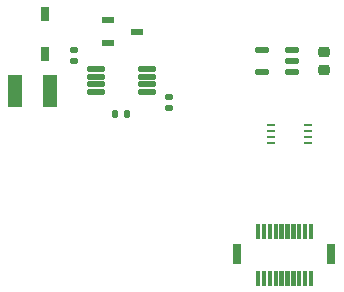
<source format=gbp>
G04 #@! TF.GenerationSoftware,KiCad,Pcbnew,9.0.4*
G04 #@! TF.CreationDate,2025-12-23T06:35:07-05:00*
G04 #@! TF.ProjectId,main_board_peripheral_v2,6d61696e-5f62-46f6-9172-645f70657269,rev?*
G04 #@! TF.SameCoordinates,Original*
G04 #@! TF.FileFunction,Paste,Bot*
G04 #@! TF.FilePolarity,Positive*
%FSLAX46Y46*%
G04 Gerber Fmt 4.6, Leading zero omitted, Abs format (unit mm)*
G04 Created by KiCad (PCBNEW 9.0.4) date 2025-12-23 06:35:07*
%MOMM*%
%LPD*%
G01*
G04 APERTURE LIST*
G04 Aperture macros list*
%AMRoundRect*
0 Rectangle with rounded corners*
0 $1 Rounding radius*
0 $2 $3 $4 $5 $6 $7 $8 $9 X,Y pos of 4 corners*
0 Add a 4 corners polygon primitive as box body*
4,1,4,$2,$3,$4,$5,$6,$7,$8,$9,$2,$3,0*
0 Add four circle primitives for the rounded corners*
1,1,$1+$1,$2,$3*
1,1,$1+$1,$4,$5*
1,1,$1+$1,$6,$7*
1,1,$1+$1,$8,$9*
0 Add four rect primitives between the rounded corners*
20,1,$1+$1,$2,$3,$4,$5,0*
20,1,$1+$1,$4,$5,$6,$7,0*
20,1,$1+$1,$6,$7,$8,$9,0*
20,1,$1+$1,$8,$9,$2,$3,0*%
G04 Aperture macros list end*
%ADD10C,0.010000*%
%ADD11RoundRect,0.060000X-0.675000X-0.180000X0.675000X-0.180000X0.675000X0.180000X-0.675000X0.180000X0*%
%ADD12RoundRect,0.140000X-0.170000X0.140000X-0.170000X-0.140000X0.170000X-0.140000X0.170000X0.140000X0*%
%ADD13R,0.750000X1.200000*%
%ADD14RoundRect,0.147500X0.457500X0.147500X-0.457500X0.147500X-0.457500X-0.147500X0.457500X-0.147500X0*%
%ADD15R,0.800000X1.800000*%
%ADD16R,1.180000X2.810000*%
%ADD17R,0.800100X0.254000*%
%ADD18R,1.050000X0.600000*%
%ADD19RoundRect,0.225000X-0.250000X0.225000X-0.250000X-0.225000X0.250000X-0.225000X0.250000X0.225000X0*%
%ADD20RoundRect,0.140000X0.140000X0.170000X-0.140000X0.170000X-0.140000X-0.170000X0.140000X-0.170000X0*%
G04 APERTURE END LIST*
D10*
X112265000Y-101025000D02*
X111985000Y-101025000D01*
X111985000Y-99825000D01*
X112265000Y-99825000D01*
X112265000Y-101025000D01*
G36*
X112265000Y-101025000D02*
G01*
X111985000Y-101025000D01*
X111985000Y-99825000D01*
X112265000Y-99825000D01*
X112265000Y-101025000D01*
G37*
X112265000Y-105025000D02*
X111985000Y-105025000D01*
X111985000Y-103825000D01*
X112265000Y-103825000D01*
X112265000Y-105025000D01*
G36*
X112265000Y-105025000D02*
G01*
X111985000Y-105025000D01*
X111985000Y-103825000D01*
X112265000Y-103825000D01*
X112265000Y-105025000D01*
G37*
X112765000Y-101025000D02*
X112485000Y-101025000D01*
X112485000Y-99825000D01*
X112765000Y-99825000D01*
X112765000Y-101025000D01*
G36*
X112765000Y-101025000D02*
G01*
X112485000Y-101025000D01*
X112485000Y-99825000D01*
X112765000Y-99825000D01*
X112765000Y-101025000D01*
G37*
X112765000Y-105025000D02*
X112485000Y-105025000D01*
X112485000Y-103825000D01*
X112765000Y-103825000D01*
X112765000Y-105025000D01*
G36*
X112765000Y-105025000D02*
G01*
X112485000Y-105025000D01*
X112485000Y-103825000D01*
X112765000Y-103825000D01*
X112765000Y-105025000D01*
G37*
X113265000Y-101025000D02*
X112985000Y-101025000D01*
X112985000Y-99825000D01*
X113265000Y-99825000D01*
X113265000Y-101025000D01*
G36*
X113265000Y-101025000D02*
G01*
X112985000Y-101025000D01*
X112985000Y-99825000D01*
X113265000Y-99825000D01*
X113265000Y-101025000D01*
G37*
X113265000Y-105025000D02*
X112985000Y-105025000D01*
X112985000Y-103825000D01*
X113265000Y-103825000D01*
X113265000Y-105025000D01*
G36*
X113265000Y-105025000D02*
G01*
X112985000Y-105025000D01*
X112985000Y-103825000D01*
X113265000Y-103825000D01*
X113265000Y-105025000D01*
G37*
X113765000Y-101025000D02*
X113485000Y-101025000D01*
X113485000Y-99825000D01*
X113765000Y-99825000D01*
X113765000Y-101025000D01*
G36*
X113765000Y-101025000D02*
G01*
X113485000Y-101025000D01*
X113485000Y-99825000D01*
X113765000Y-99825000D01*
X113765000Y-101025000D01*
G37*
X113765000Y-105025000D02*
X113485000Y-105025000D01*
X113485000Y-103825000D01*
X113765000Y-103825000D01*
X113765000Y-105025000D01*
G36*
X113765000Y-105025000D02*
G01*
X113485000Y-105025000D01*
X113485000Y-103825000D01*
X113765000Y-103825000D01*
X113765000Y-105025000D01*
G37*
X114265000Y-101025000D02*
X113985000Y-101025000D01*
X113985000Y-99825000D01*
X114265000Y-99825000D01*
X114265000Y-101025000D01*
G36*
X114265000Y-101025000D02*
G01*
X113985000Y-101025000D01*
X113985000Y-99825000D01*
X114265000Y-99825000D01*
X114265000Y-101025000D01*
G37*
X114265000Y-105025000D02*
X113985000Y-105025000D01*
X113985000Y-103825000D01*
X114265000Y-103825000D01*
X114265000Y-105025000D01*
G36*
X114265000Y-105025000D02*
G01*
X113985000Y-105025000D01*
X113985000Y-103825000D01*
X114265000Y-103825000D01*
X114265000Y-105025000D01*
G37*
X114765000Y-101025000D02*
X114485000Y-101025000D01*
X114485000Y-99825000D01*
X114765000Y-99825000D01*
X114765000Y-101025000D01*
G36*
X114765000Y-101025000D02*
G01*
X114485000Y-101025000D01*
X114485000Y-99825000D01*
X114765000Y-99825000D01*
X114765000Y-101025000D01*
G37*
X114765000Y-105025000D02*
X114485000Y-105025000D01*
X114485000Y-103825000D01*
X114765000Y-103825000D01*
X114765000Y-105025000D01*
G36*
X114765000Y-105025000D02*
G01*
X114485000Y-105025000D01*
X114485000Y-103825000D01*
X114765000Y-103825000D01*
X114765000Y-105025000D01*
G37*
X115265000Y-101025000D02*
X114985000Y-101025000D01*
X114985000Y-99825000D01*
X115265000Y-99825000D01*
X115265000Y-101025000D01*
G36*
X115265000Y-101025000D02*
G01*
X114985000Y-101025000D01*
X114985000Y-99825000D01*
X115265000Y-99825000D01*
X115265000Y-101025000D01*
G37*
X115265000Y-105025000D02*
X114985000Y-105025000D01*
X114985000Y-103825000D01*
X115265000Y-103825000D01*
X115265000Y-105025000D01*
G36*
X115265000Y-105025000D02*
G01*
X114985000Y-105025000D01*
X114985000Y-103825000D01*
X115265000Y-103825000D01*
X115265000Y-105025000D01*
G37*
X115765000Y-101025000D02*
X115485000Y-101025000D01*
X115485000Y-99825000D01*
X115765000Y-99825000D01*
X115765000Y-101025000D01*
G36*
X115765000Y-101025000D02*
G01*
X115485000Y-101025000D01*
X115485000Y-99825000D01*
X115765000Y-99825000D01*
X115765000Y-101025000D01*
G37*
X115765000Y-105025000D02*
X115485000Y-105025000D01*
X115485000Y-103825000D01*
X115765000Y-103825000D01*
X115765000Y-105025000D01*
G36*
X115765000Y-105025000D02*
G01*
X115485000Y-105025000D01*
X115485000Y-103825000D01*
X115765000Y-103825000D01*
X115765000Y-105025000D01*
G37*
X116265000Y-101025000D02*
X115985000Y-101025000D01*
X115985000Y-99825000D01*
X116265000Y-99825000D01*
X116265000Y-101025000D01*
G36*
X116265000Y-101025000D02*
G01*
X115985000Y-101025000D01*
X115985000Y-99825000D01*
X116265000Y-99825000D01*
X116265000Y-101025000D01*
G37*
X116265000Y-105025000D02*
X115985000Y-105025000D01*
X115985000Y-103825000D01*
X116265000Y-103825000D01*
X116265000Y-105025000D01*
G36*
X116265000Y-105025000D02*
G01*
X115985000Y-105025000D01*
X115985000Y-103825000D01*
X116265000Y-103825000D01*
X116265000Y-105025000D01*
G37*
X116765000Y-101025000D02*
X116485000Y-101025000D01*
X116485000Y-99825000D01*
X116765000Y-99825000D01*
X116765000Y-101025000D01*
G36*
X116765000Y-101025000D02*
G01*
X116485000Y-101025000D01*
X116485000Y-99825000D01*
X116765000Y-99825000D01*
X116765000Y-101025000D01*
G37*
X116765000Y-105025000D02*
X116485000Y-105025000D01*
X116485000Y-103825000D01*
X116765000Y-103825000D01*
X116765000Y-105025000D01*
G36*
X116765000Y-105025000D02*
G01*
X116485000Y-105025000D01*
X116485000Y-103825000D01*
X116765000Y-103825000D01*
X116765000Y-105025000D01*
G37*
D11*
X98445000Y-88694999D03*
X98445000Y-88044999D03*
X98445000Y-87394999D03*
X98445000Y-86744999D03*
X102745000Y-86744999D03*
X102745000Y-87394999D03*
X102745000Y-88044999D03*
X102745000Y-88694999D03*
D12*
X104595000Y-89089999D03*
X104595000Y-90049999D03*
D13*
X94095000Y-85469999D03*
X94095000Y-82069999D03*
D14*
X115010000Y-85100000D03*
X115010000Y-86050000D03*
X115010000Y-87000000D03*
X112500000Y-87000000D03*
X112500000Y-85100000D03*
D15*
X118375000Y-102425000D03*
X110375000Y-102425000D03*
D16*
X91610000Y-88569999D03*
X94580000Y-88569999D03*
D17*
X116361500Y-91499999D03*
X116361500Y-92000000D03*
X116361500Y-92500000D03*
X116361500Y-93000001D03*
X113250000Y-93000001D03*
X113250000Y-92500000D03*
X113250000Y-92000000D03*
X113250000Y-91499999D03*
D18*
X99495000Y-84519999D03*
X99495000Y-82619999D03*
X101945000Y-83569999D03*
D19*
X117755000Y-85275000D03*
X117755000Y-86825000D03*
D20*
X101055000Y-90569999D03*
X100095000Y-90569999D03*
D12*
X96595000Y-85089999D03*
X96595000Y-86049999D03*
M02*

</source>
